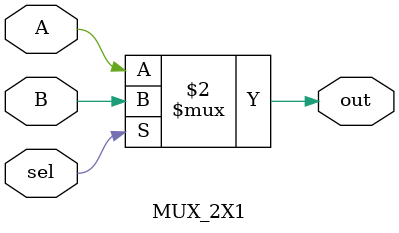
<source format=v>
`timescale 1ns / 1ps
/******************************************************************* 
* 
* Module: MUX_2X1.v 
* Project: Arch_proj1 
* Author: Arwa Abdelkarim arwaabdelkarim@aucegypt.edu
          Farida Bey      farida.bey@aucegypt.edu
          
* Description: Simple 2X1 Multiplexer. 
* 
* Change history: 21/10/2024 - Created module at home
**********************************************************************/ 

module MUX_2X1( 
    input A,
    input B, 
    input sel, 
    output out
    );
    
assign out = (sel == 1'b0) ? A : B;
// A if 1, B if 0 

endmodule

</source>
